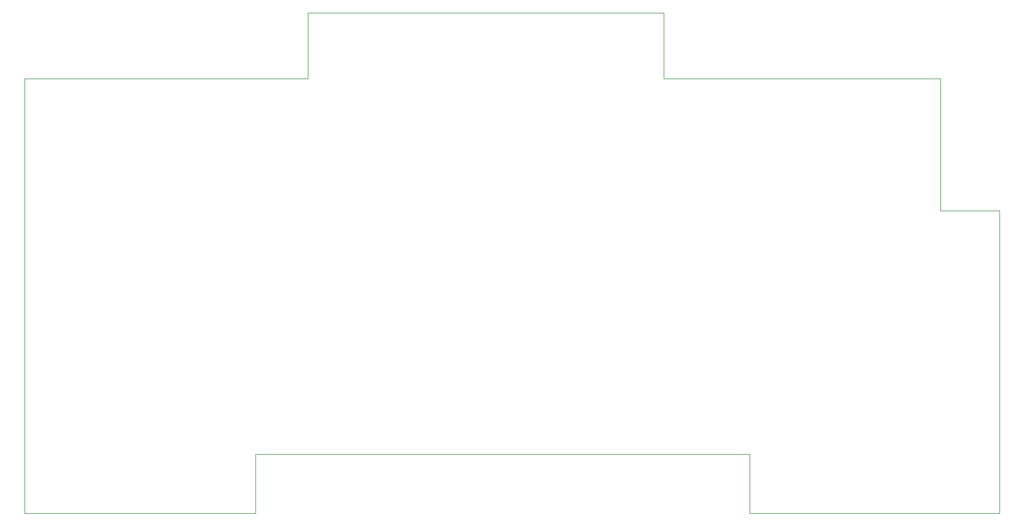
<source format=gbr>
%TF.GenerationSoftware,KiCad,Pcbnew,8.0.1*%
%TF.CreationDate,2024-04-10T11:02:20-04:00*%
%TF.ProjectId,Baja Dashboard Schematic Part 2,42616a61-2044-4617-9368-626f61726420,rev?*%
%TF.SameCoordinates,Original*%
%TF.FileFunction,Other,User*%
%FSLAX46Y46*%
G04 Gerber Fmt 4.6, Leading zero omitted, Abs format (unit mm)*
G04 Created by KiCad (PCBNEW 8.0.1) date 2024-04-10 11:02:20*
%MOMM*%
%LPD*%
G01*
G04 APERTURE LIST*
%ADD10C,0.100000*%
G04 APERTURE END LIST*
D10*
X227000000Y-143000000D02*
X227000000Y-97000000D01*
X218000000Y-97000000D02*
X218000000Y-77000000D01*
X122000000Y-67000000D02*
X122000000Y-77000000D01*
X189000000Y-134000000D02*
X189000000Y-143000000D01*
X165000000Y-67000000D02*
X176000000Y-67000000D01*
X176000000Y-67000000D02*
X176000000Y-77000000D01*
X176000000Y-77000000D02*
X218000000Y-77000000D01*
X122000000Y-77000000D02*
X79000000Y-77000000D01*
X114000000Y-143000000D02*
X114000000Y-134000000D01*
X79000000Y-77000000D02*
X79000000Y-143000000D01*
X165000000Y-67000000D02*
X122000000Y-67000000D01*
X189000000Y-143000000D02*
X227000000Y-143000000D01*
X79000000Y-143000000D02*
X114000000Y-143000000D01*
X114000000Y-134000000D02*
X189000000Y-134000000D01*
X227000000Y-97000000D02*
X218000000Y-97000000D01*
M02*

</source>
